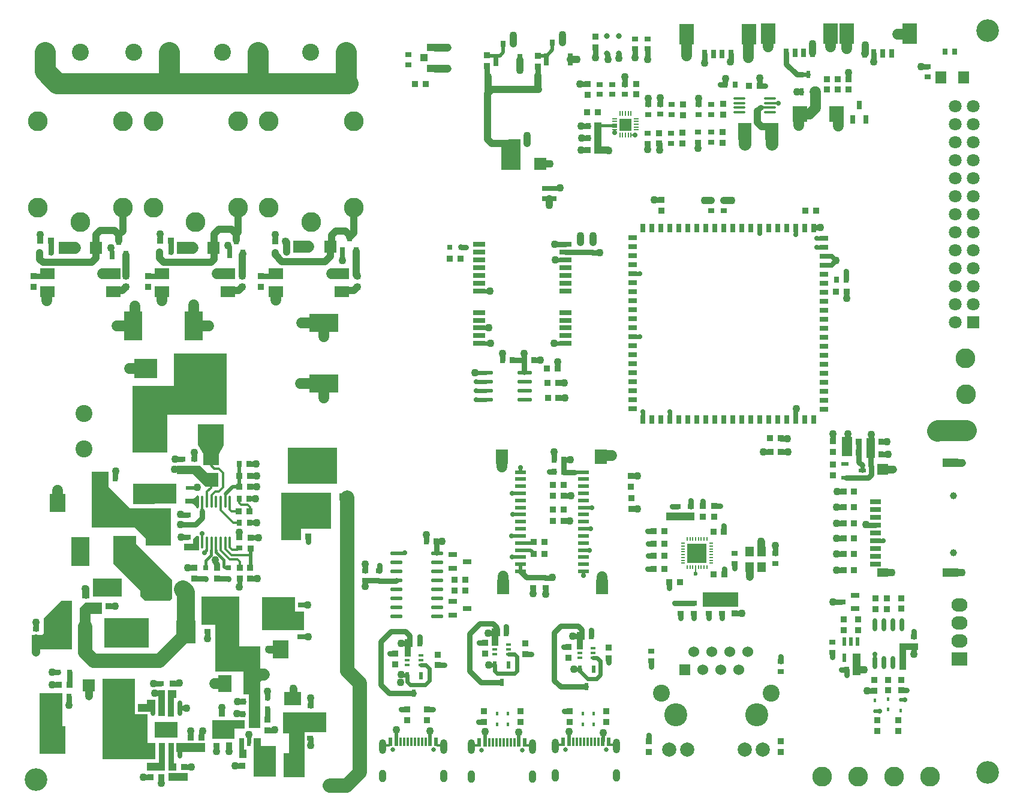
<source format=gtl>
G04*
G04 #@! TF.GenerationSoftware,Altium Limited,Altium Designer,24.10.1 (45)*
G04*
G04 Layer_Physical_Order=1*
G04 Layer_Color=255*
%FSLAX25Y25*%
%MOIN*%
G70*
G04*
G04 #@! TF.SameCoordinates,188A72EA-56D5-4262-AEF0-458277A37510*
G04*
G04*
G04 #@! TF.FilePolarity,Positive*
G04*
G01*
G75*
%ADD11C,0.01181*%
%ADD12C,0.00787*%
%ADD14C,0.02756*%
%ADD15C,0.01575*%
%ADD19C,0.01968*%
%ADD23R,0.03150X0.03543*%
%ADD24R,0.07874X0.02756*%
%ADD25R,0.07087X0.06693*%
%ADD26R,0.02362X0.04213*%
%ADD27R,0.03071X0.01378*%
%ADD28O,0.08051X0.02315*%
%ADD29R,0.08691X0.10205*%
%ADD30R,0.03543X0.03150*%
%ADD31R,0.09354X0.07480*%
%ADD32R,0.07480X0.09354*%
%ADD33R,0.12992X0.10630*%
%ADD34R,0.07480X0.09843*%
%ADD35R,0.03150X0.03150*%
%ADD36R,0.02362X0.04331*%
%ADD37R,0.03150X0.03150*%
%ADD38R,0.09055X0.13780*%
%ADD39R,0.04213X0.02362*%
%ADD40O,0.02756X0.08661*%
%ADD41R,0.12992X0.09055*%
%ADD42R,0.09921X0.15984*%
%ADD43R,0.10630X0.12992*%
%ADD44O,0.01350X0.06817*%
%ADD45R,0.13780X0.09055*%
%ADD48R,0.15984X0.09921*%
%ADD49R,0.02953X0.04724*%
%ADD50R,0.04724X0.02953*%
%ADD51R,0.02756X0.04921*%
%ADD52R,0.07874X0.05906*%
%ADD53R,0.05847X0.06803*%
%ADD54R,0.08661X0.04134*%
%ADD55R,0.04134X0.03937*%
%ADD56R,0.03150X0.06693*%
%ADD57O,0.06661X0.01433*%
%ADD58C,0.03150*%
%ADD59R,0.04724X0.05512*%
%ADD60O,0.02480X0.07343*%
%ADD61R,0.01575X0.02362*%
%ADD62R,0.04921X0.02756*%
%ADD63R,0.01929X0.04626*%
%ADD64R,0.01929X0.04555*%
%ADD65O,0.06870X0.02205*%
%ADD66R,0.06693X0.07874*%
%ADD67R,0.05906X0.01968*%
%ADD68R,0.05906X0.06299*%
%ADD69R,0.08661X0.04724*%
%ADD70R,0.05906X0.04724*%
%ADD71R,0.06299X0.02756*%
%ADD72R,0.08061X0.08823*%
%ADD158R,0.03402X0.03175*%
%ADD159R,0.02362X0.04882*%
%ADD160R,0.01181X0.04882*%
%ADD161R,0.07087X0.03150*%
%ADD162R,0.03175X0.03402*%
%ADD163R,0.06697X0.04754*%
%ADD164R,0.03150X0.05118*%
%ADD165R,0.08268X0.11811*%
%ADD166R,0.06693X0.06693*%
%ADD167R,0.00787X0.03150*%
%ADD168R,0.03150X0.00787*%
%ADD169R,0.11024X0.11024*%
%ADD170R,0.02362X0.00787*%
%ADD171R,0.00787X0.02362*%
%ADD172C,0.03150*%
%ADD173C,0.03937*%
%ADD174C,0.07874*%
%ADD175C,0.05906*%
%ADD176C,0.02362*%
%ADD177C,0.04331*%
%ADD178C,0.06693*%
%ADD179C,0.09843*%
%ADD180C,0.07087*%
%ADD181C,0.11811*%
%ADD182C,0.04724*%
%ADD183C,0.09055*%
%ADD184C,0.00669*%
%ADD185O,0.03937X0.08268*%
%ADD186O,0.03937X0.07087*%
%ADD187C,0.02559*%
%ADD188R,0.10000X0.16000*%
%ADD189R,0.16000X0.10000*%
%ADD190C,0.11000*%
%ADD191C,0.12598*%
%ADD192C,0.09449*%
%ADD193R,0.09000X0.07500*%
%ADD194O,0.09000X0.07500*%
%ADD195C,0.07087*%
%ADD196R,0.07087X0.07087*%
%ADD197C,0.03937*%
%ADD198C,0.12795*%
%ADD199C,0.07874*%
%ADD200C,0.06000*%
%ADD201R,0.06000X0.06000*%
%ADD202C,0.09449*%
%ADD203C,0.02756*%
%ADD204C,0.04331*%
%ADD205C,0.02362*%
%ADD206C,0.11024*%
G36*
X333465Y379134D02*
X342323D01*
Y377592D01*
X333465D01*
Y362795D01*
X329331D01*
Y380118D01*
X333465D01*
Y379134D01*
D02*
G37*
G36*
X288583Y353740D02*
X277756D01*
Y366732D01*
X281890Y370866D01*
X288583D01*
Y353740D01*
D02*
G37*
G36*
X125000Y217913D02*
X92323D01*
Y196850D01*
X72835D01*
Y233858D01*
X95866D01*
Y251969D01*
X125000D01*
Y217913D01*
D02*
G37*
G36*
X472835Y194685D02*
X467323D01*
Y205315D01*
X472835D01*
Y194685D01*
D02*
G37*
G36*
X485433Y193898D02*
X480905D01*
Y204921D01*
X485433D01*
Y193898D01*
D02*
G37*
G36*
X123622Y200787D02*
X120669Y195866D01*
Y189961D01*
X112205D01*
Y196063D01*
X109055Y201102D01*
Y212402D01*
X123622D01*
Y200787D01*
D02*
G37*
G36*
X186614Y179528D02*
X159055D01*
Y199606D01*
X186614D01*
Y179528D01*
D02*
G37*
G36*
X114370Y185433D02*
X120472D01*
Y177756D01*
X113386D01*
X106260Y184881D01*
X97638Y184881D01*
Y189567D01*
X110236D01*
X114370Y185433D01*
D02*
G37*
G36*
X97047Y168304D02*
X73228Y168110D01*
Y179331D01*
X97047D01*
Y168304D01*
D02*
G37*
G36*
X109390Y172942D02*
X109556Y172775D01*
X109646Y172558D01*
Y172441D01*
X109646Y166535D01*
X109646Y166418D01*
X109556Y166201D01*
X109390Y166035D01*
X109173Y165945D01*
X109055Y165945D01*
X108898Y165945D01*
X108609Y166065D01*
X108388Y166286D01*
X108268Y166576D01*
Y166732D01*
Y166732D01*
X107749Y167251D01*
X107438Y167533D01*
X106741Y167999D01*
X105966Y168320D01*
X105144Y168483D01*
X104724Y168504D01*
X104724Y168504D01*
X102165D01*
Y171063D01*
X105416D01*
X105812Y171082D01*
X106587Y171237D01*
X107317Y171539D01*
X107975Y171978D01*
X108268Y172244D01*
X108268Y172244D01*
Y172401D01*
X108388Y172690D01*
X108609Y172912D01*
X108898Y173031D01*
X109055D01*
X109055Y173031D01*
X109173D01*
X109390Y172942D01*
D02*
G37*
G36*
X385236Y159252D02*
X369488D01*
Y163386D01*
X385236D01*
Y159252D01*
D02*
G37*
G36*
X183071Y154331D02*
X166339D01*
Y148031D01*
X155512D01*
Y174409D01*
X183071D01*
Y154331D01*
D02*
G37*
G36*
X59455Y177545D02*
X62000Y175000D01*
X71055Y165945D01*
X94000D01*
Y145000D01*
X80000D01*
Y149000D01*
X74000Y155000D01*
X50000D01*
Y186000D01*
X59455D01*
Y177545D01*
D02*
G37*
G36*
X109342Y150394D02*
X109707Y149846D01*
Y142323D01*
X101378D01*
Y146275D01*
X106375D01*
Y148698D01*
X108071Y150394D01*
X109342Y150394D01*
D02*
G37*
G36*
X74816Y146184D02*
X94703Y126297D01*
Y115703D01*
X93567Y114567D01*
X79433D01*
X77000Y117000D01*
X77000Y120253D01*
X62000Y135253D01*
X62000Y149000D01*
Y150525D01*
X74816D01*
Y146184D01*
D02*
G37*
G36*
X409646Y111221D02*
X389961D01*
Y119291D01*
X409646D01*
Y111221D01*
D02*
G37*
G36*
X55709Y107283D02*
X43504D01*
Y110433D01*
X46654Y113583D01*
X55709D01*
Y107283D01*
D02*
G37*
G36*
X162992Y108465D02*
X168307Y108465D01*
Y98032D01*
X144882D01*
Y116339D01*
X162992D01*
Y108465D01*
D02*
G37*
G36*
X277165Y94685D02*
X276181D01*
Y89370D01*
X272638D01*
Y99016D01*
X277165D01*
Y94685D01*
D02*
G37*
G36*
X81899Y88583D02*
X57000D01*
Y104921D01*
X81899D01*
Y88583D01*
D02*
G37*
G36*
X39173Y87598D02*
X16732D01*
Y95472D01*
X22441D01*
X23425Y96457D01*
Y104921D01*
X33071Y114567D01*
X39173D01*
Y87598D01*
D02*
G37*
G36*
X324213Y92716D02*
X323228D01*
Y87402D01*
X319685D01*
Y97047D01*
X324213D01*
Y92716D01*
D02*
G37*
G36*
X228543Y88681D02*
X227559D01*
Y83366D01*
X224016D01*
Y93012D01*
X228543D01*
Y88681D01*
D02*
G37*
G36*
X509449Y87008D02*
X502756D01*
Y76181D01*
X499016D01*
Y90748D01*
X509449D01*
Y87008D01*
D02*
G37*
G36*
X477559Y73032D02*
X473228D01*
Y85236D01*
X477559D01*
Y73032D01*
D02*
G37*
G36*
X85630Y52953D02*
X75787D01*
Y57284D01*
X80709D01*
Y59449D01*
X85630D01*
Y52953D01*
D02*
G37*
G36*
X90748Y50394D02*
X87205D01*
Y64764D01*
X90748D01*
Y50394D01*
D02*
G37*
G36*
X97047Y60433D02*
X95669D01*
Y50197D01*
X92520D01*
Y64764D01*
X97047D01*
Y60433D01*
D02*
G37*
G36*
X132283Y88976D02*
X143701D01*
Y62992D01*
Y43701D01*
X137402D01*
Y62598D01*
X134449D01*
Y75197D01*
X118701D01*
Y100984D01*
X111221D01*
Y116732D01*
X132283D01*
Y88976D01*
D02*
G37*
G36*
X135236Y43504D02*
X129331D01*
Y37811D01*
X117535D01*
X117520Y37795D01*
X117323Y37992D01*
Y48228D01*
X135236D01*
Y43504D01*
D02*
G37*
G36*
X112992Y30512D02*
X97244D01*
Y35433D01*
X112992D01*
Y30512D01*
D02*
G37*
G36*
X33858Y44882D02*
X35630D01*
Y29528D01*
X21000D01*
Y63189D01*
X33858D01*
Y44882D01*
D02*
G37*
G36*
X134844Y31912D02*
X136127D01*
Y26991D01*
X131993D01*
Y37977D01*
X134844D01*
Y31912D01*
D02*
G37*
G36*
X74016Y51377D02*
X81297D01*
Y35599D01*
X85402D01*
X85433Y35631D01*
Y26576D01*
X56102D01*
Y71064D01*
X74016D01*
Y51377D01*
D02*
G37*
G36*
X95669Y24213D02*
X97047D01*
Y20276D01*
X92716D01*
X92716Y35630D01*
X95669D01*
Y24213D01*
D02*
G37*
G36*
X90748Y20276D02*
X80709D01*
Y24409D01*
X87402D01*
Y35630D01*
X90748D01*
Y20276D01*
D02*
G37*
G36*
X144050Y33968D02*
X152576D01*
Y16808D01*
X140074D01*
Y37998D01*
X144050D01*
Y33968D01*
D02*
G37*
G36*
X180399Y41557D02*
X168391D01*
Y16360D01*
X156777D01*
Y29746D01*
X159927D01*
Y40967D01*
X156580D01*
Y52384D01*
X180399D01*
Y41557D01*
D02*
G37*
G36*
X103543Y14370D02*
X92913D01*
Y18701D01*
X103543D01*
Y14370D01*
D02*
G37*
D11*
X241419Y34815D02*
X242010Y34225D01*
X245238D01*
X241419Y34815D02*
Y36075D01*
X245238Y34225D02*
X245829Y33635D01*
X215632Y34225D02*
X216223Y34815D01*
X211813Y33635D02*
X212403Y34225D01*
X216223Y34815D02*
Y36075D01*
X212403Y34225D02*
X215632D01*
X290763Y34584D02*
X291354Y33993D01*
X294582D01*
X290763Y34584D02*
Y35844D01*
X294582Y33993D02*
X295172Y33403D01*
X264976Y33993D02*
X265566Y34584D01*
X261157Y33403D02*
X261747Y33993D01*
X265566Y34584D02*
Y35844D01*
X261747Y33993D02*
X264976D01*
X338015Y34383D02*
X341243D01*
X337424Y34974D02*
Y36234D01*
Y34974D02*
X338015Y34383D01*
X341243D02*
X341833Y33793D01*
X307818D02*
X308408Y34383D01*
X312227Y34974D02*
Y36234D01*
X311637Y34383D02*
X312227Y34974D01*
X308408Y34383D02*
X311637D01*
X422076Y388357D02*
X427065D01*
X427065Y390916D02*
X431724D01*
X431724Y390916D01*
X427065Y390916D02*
X427065Y390916D01*
X123031Y177362D02*
Y185630D01*
X120866Y175197D02*
X123031Y177362D01*
X118761Y175197D02*
X120866D01*
X124414Y169538D02*
Y173823D01*
X120866Y187795D02*
X123031Y185630D01*
X116737Y173172D02*
X118761Y175197D01*
X116737Y169538D02*
Y173172D01*
X116705Y169505D02*
X116737Y169538D01*
X114113D02*
Y172879D01*
Y169538D02*
X114146Y169505D01*
X116339Y177165D02*
Y180792D01*
X114146Y174972D02*
X116339Y177165D01*
X114146Y169505D02*
Y174972D01*
X118307Y187795D02*
X120866D01*
X116339Y189764D02*
X118307Y187795D01*
X116339Y189764D02*
Y192436D01*
X133103Y167684D02*
X136843D01*
X132087Y168701D02*
X133103Y167684D01*
X137992Y164739D02*
X138189Y164542D01*
X136843Y167684D02*
X137992Y166535D01*
Y164739D02*
Y166535D01*
X137859Y164212D02*
X138189Y164542D01*
X132087Y168701D02*
Y171193D01*
X132003Y171277D02*
X132087Y171193D01*
X131890Y143288D02*
X132283Y143681D01*
X132160Y143804D02*
X132283Y143681D01*
X126973Y165153D02*
X127914Y164212D01*
X131928D01*
X126941Y169505D02*
X126973Y169473D01*
Y165153D02*
Y169473D01*
X121823Y164792D02*
X128899Y157715D01*
X132227D01*
X121823Y164792D02*
Y169505D01*
X124382D02*
X124414Y169538D01*
X138207Y139764D02*
X138445Y140002D01*
X138622Y143380D02*
X138695Y143307D01*
X119264Y146940D02*
X119264Y146940D01*
Y142544D02*
Y146940D01*
X121823Y142524D02*
Y146940D01*
Y142524D02*
X126945Y137402D01*
X132397Y132659D02*
Y136107D01*
X131102Y137402D02*
X132397Y136107D01*
X126945Y137402D02*
X131102D01*
X124414Y143273D02*
X127924Y139764D01*
X138207D01*
X113753Y142691D02*
X113998Y142936D01*
X113752Y142691D02*
X113753D01*
X113998Y142936D02*
Y143465D01*
X114113Y143580D01*
Y146908D01*
X128189Y142913D02*
X131269D01*
X132067Y143898D02*
X132160Y143804D01*
X126941Y144161D02*
X128189Y142913D01*
X126941Y144161D02*
Y146940D01*
X124382D02*
X124414Y146908D01*
Y143273D02*
Y146908D01*
X116508Y142405D02*
X116672Y142569D01*
Y146908D01*
X116705Y146940D01*
X114113Y146908D02*
X114146Y146940D01*
X111586Y165197D02*
Y169505D01*
X111586Y146940D02*
Y151651D01*
X111586Y151652D02*
X111935Y152000D01*
X111586Y146940D02*
X111586Y146940D01*
X111586Y151652D02*
X111586Y151651D01*
D12*
X385826Y129573D02*
X385826Y129574D01*
Y133025D01*
X111586Y169505D02*
X111586Y169505D01*
D14*
X441420Y215224D02*
X441518Y215322D01*
Y221045D01*
X441732Y221260D01*
X461385Y300952D02*
X463779Y303346D01*
X461371Y305755D02*
X463779Y303346D01*
X457266Y300952D02*
X461385D01*
X457167Y305853D02*
X457266Y305755D01*
X457167Y300853D02*
X457266Y300952D01*
Y305755D02*
X461371D01*
X310299Y343567D02*
X310433Y343701D01*
X304434Y343567D02*
X310299D01*
X304434Y343567D02*
X304434Y343567D01*
X469698Y282493D02*
Y286221D01*
X85236Y62992D02*
X88573D01*
X88611Y62954D01*
X99089Y54838D02*
X102861D01*
X132160Y149315D02*
Y152597D01*
Y152840D01*
X132397Y122358D02*
Y127147D01*
X132283Y122244D02*
X132397Y122358D01*
X189590Y303590D02*
Y308462D01*
X138020Y177896D02*
X141896D01*
X137514Y171277D02*
X141277D01*
X137738Y157715D02*
X141715D01*
X138622Y149311D02*
X142689D01*
X166370Y112137D02*
X169997D01*
X166148Y94536D02*
X170598D01*
X125840Y311697D02*
X126739Y310799D01*
X125840Y311697D02*
X126143Y312000D01*
X126739Y307036D02*
Y310799D01*
Y307036D02*
X126739Y307036D01*
D15*
X119264Y141464D02*
Y142544D01*
Y141464D02*
X123551Y137177D01*
X116508Y139874D02*
Y142405D01*
X113567Y136933D02*
X116508Y139874D01*
X125990Y132677D02*
X126187Y132874D01*
X123551Y133600D02*
Y137177D01*
Y133600D02*
X124473Y132677D01*
X125990D01*
X112662Y141477D02*
X113752Y142566D01*
Y142691D01*
X126187Y132874D02*
X126203Y132858D01*
X113567Y133303D02*
Y136933D01*
X112662Y141157D02*
Y141477D01*
X113567Y133303D02*
X113779Y133090D01*
X113548Y132858D02*
X113779Y133090D01*
D19*
X108563Y177264D02*
X108661Y177362D01*
X104469Y177165D02*
X104567Y177264D01*
X108563D01*
X238270Y36075D02*
Y42045D01*
X219372Y36075D02*
Y42656D01*
X277218Y69042D02*
X277993D01*
X287614Y35844D02*
Y41551D01*
X268716Y41760D02*
Y42152D01*
Y35844D02*
Y41760D01*
X334275Y36234D02*
X334362Y36321D01*
Y41055D01*
X334449Y41142D01*
X315365Y36245D02*
X315376Y36234D01*
X315354Y41732D02*
X315365Y41721D01*
Y36245D02*
Y41721D01*
X302882Y416888D02*
X306323Y420329D01*
Y424497D01*
X302882Y415116D02*
Y416888D01*
X298195Y417119D02*
X302291D01*
X274771Y414893D02*
Y416665D01*
X275361Y417255D01*
X277000D01*
X278948Y419203D01*
Y423927D01*
X270010Y417255D02*
X274180D01*
X269845Y417420D02*
X270010Y417255D01*
X274180D02*
X274771Y416665D01*
X318617Y185939D02*
X323629D01*
X295990Y140560D02*
Y140674D01*
X288464Y142633D02*
X294031D01*
X295990Y140674D01*
X295573Y146569D02*
X295988Y146984D01*
X288464Y146569D02*
X295573D01*
X288464Y130821D02*
Y134759D01*
X61198Y306835D02*
X61524Y306509D01*
X60872Y310469D02*
X61198Y310143D01*
Y306835D02*
Y310143D01*
X137408Y40108D02*
X137418Y40119D01*
X137397Y35773D02*
X137408Y35783D01*
X124414Y173823D02*
X128486Y177896D01*
X46654Y107087D02*
Y109164D01*
X46749Y109259D01*
X132089Y183770D02*
Y190353D01*
X132087Y190354D02*
X132089Y190353D01*
Y183770D02*
X132091Y183768D01*
X132090Y177897D02*
Y183767D01*
X132089Y177896D02*
X132090Y177897D01*
Y183767D02*
X132091Y183768D01*
X128486Y177896D02*
X132089D01*
X138445Y140002D02*
Y143202D01*
Y132837D02*
Y140002D01*
Y143202D02*
X138622Y143380D01*
X138268Y132659D02*
X138445Y132837D01*
X119881Y126728D02*
X119964Y126646D01*
X111586Y164000D02*
Y165197D01*
X485573Y53257D02*
X488168D01*
X499811Y59414D02*
X502011D01*
X485353Y80095D02*
Y84647D01*
X223717Y140717D02*
X224000Y141000D01*
X219474Y140717D02*
X223717D01*
X219428Y140671D02*
X219474Y140717D01*
X288464Y185939D02*
Y188536D01*
X283871Y174129D02*
X288464D01*
X284317Y162317D02*
X288464D01*
X283507Y150507D02*
X288464D01*
X283695Y138695D02*
X288464D01*
X323629Y166254D02*
X328254D01*
X323629Y154443D02*
X327557D01*
X323629Y142632D02*
X326667D01*
X323629Y128371D02*
Y130821D01*
D23*
X286759Y368574D02*
D03*
X292270D02*
D03*
X232349Y90767D02*
D03*
X226838D02*
D03*
X290355Y248229D02*
D03*
X295866D02*
D03*
X283858Y248228D02*
D03*
X278347D02*
D03*
X139867Y58466D02*
D03*
X134356D02*
D03*
X139810Y51517D02*
D03*
X134299D02*
D03*
X31868Y60970D02*
D03*
X37379D02*
D03*
X524471Y419428D02*
D03*
X529982D02*
D03*
X284459Y423927D02*
D03*
X278948D02*
D03*
X311834Y424497D02*
D03*
X306323D02*
D03*
X57807Y182629D02*
D03*
X63318D02*
D03*
X137598Y190354D02*
D03*
X132087D02*
D03*
X132227Y157715D02*
D03*
X137738D02*
D03*
X132003Y171277D02*
D03*
X137514D02*
D03*
X464147Y292853D02*
D03*
X469658D02*
D03*
X331586Y378027D02*
D03*
X326075D02*
D03*
X331586Y371475D02*
D03*
X326075D02*
D03*
X407716Y401063D02*
D03*
X402205D02*
D03*
X475196Y76248D02*
D03*
X469685D02*
D03*
X236118Y147313D02*
D03*
X241629D02*
D03*
X275144Y96491D02*
D03*
X280655D02*
D03*
X322358Y94870D02*
D03*
X327870D02*
D03*
X307081Y192858D02*
D03*
X312592D02*
D03*
X307081Y186129D02*
D03*
X312592D02*
D03*
X483456Y202700D02*
D03*
X488967D02*
D03*
X483321Y195821D02*
D03*
X488832D02*
D03*
D24*
X304434Y337662D02*
D03*
Y343567D02*
D03*
D25*
X299463Y357282D02*
D03*
X282200D02*
D03*
X65626Y67396D02*
D03*
X48363D02*
D03*
X117974Y310582D02*
D03*
X100711D02*
D03*
X52401Y310547D02*
D03*
X35138D02*
D03*
X182661Y311000D02*
D03*
X165398D02*
D03*
D26*
X229303Y63050D02*
D03*
X233043Y72774D02*
D03*
X225563D02*
D03*
X185236Y181831D02*
D03*
X181496Y172106D02*
D03*
X188976D02*
D03*
X274253Y78766D02*
D03*
X281733D02*
D03*
X277993Y69042D02*
D03*
X321512Y76560D02*
D03*
X328992D02*
D03*
X325252Y66836D02*
D03*
X452325Y397062D02*
D03*
X444845D02*
D03*
X448585Y406786D02*
D03*
D27*
X233053Y83987D02*
D03*
Y81428D02*
D03*
Y78869D02*
D03*
X225572D02*
D03*
Y81428D02*
D03*
Y83987D02*
D03*
X274311Y89984D02*
D03*
Y87425D02*
D03*
Y84866D02*
D03*
X281791D02*
D03*
Y87425D02*
D03*
Y89984D02*
D03*
X321477Y88064D02*
D03*
Y85505D02*
D03*
Y82946D02*
D03*
X328957D02*
D03*
Y85505D02*
D03*
Y88064D02*
D03*
D28*
X269039Y241062D02*
D03*
Y236062D02*
D03*
Y231062D02*
D03*
Y226062D02*
D03*
X290870Y241062D02*
D03*
Y236062D02*
D03*
Y231062D02*
D03*
Y226062D02*
D03*
D29*
X127609Y87507D02*
D03*
X155257D02*
D03*
X58729Y168769D02*
D03*
X31082D02*
D03*
D30*
X119618Y34237D02*
D03*
Y39748D02*
D03*
X171749Y50590D02*
D03*
Y56101D02*
D03*
X171569Y43700D02*
D03*
Y38189D02*
D03*
X77602Y49565D02*
D03*
Y55076D02*
D03*
X88611Y62954D02*
D03*
Y68465D02*
D03*
X95040Y22154D02*
D03*
Y16643D02*
D03*
X19324Y93310D02*
D03*
Y98821D02*
D03*
X107283Y193109D02*
D03*
Y187598D02*
D03*
X100394Y193109D02*
D03*
Y187598D02*
D03*
X226291Y412141D02*
D03*
Y417652D02*
D03*
X321850Y313582D02*
D03*
Y308071D02*
D03*
X328739Y313477D02*
D03*
Y307966D02*
D03*
X114426Y97491D02*
D03*
Y103002D02*
D03*
X166370Y106626D02*
D03*
Y112137D02*
D03*
X166148Y94536D02*
D03*
Y100047D02*
D03*
X103400Y149696D02*
D03*
Y144185D02*
D03*
X132160Y143804D02*
D03*
Y149315D02*
D03*
X103400Y156722D02*
D03*
Y162233D02*
D03*
X401591Y331234D02*
D03*
Y336745D02*
D03*
X394607Y331234D02*
D03*
Y336745D02*
D03*
X339449Y395652D02*
D03*
Y401162D02*
D03*
X332428Y401162D02*
D03*
Y395651D02*
D03*
X387524Y384579D02*
D03*
Y390090D02*
D03*
X394525Y390089D02*
D03*
Y384578D02*
D03*
X372484Y384594D02*
D03*
Y390105D02*
D03*
X359483Y384481D02*
D03*
Y389992D02*
D03*
X366176Y384648D02*
D03*
Y390159D02*
D03*
X346482Y395652D02*
D03*
Y401162D02*
D03*
X359141Y426609D02*
D03*
Y421098D02*
D03*
X352259Y426580D02*
D03*
Y421069D02*
D03*
X394347Y369151D02*
D03*
Y374662D02*
D03*
X359187Y368494D02*
D03*
Y374005D02*
D03*
X372189Y374009D02*
D03*
Y368498D02*
D03*
X387324Y369151D02*
D03*
Y374662D02*
D03*
X377570Y113085D02*
D03*
Y107574D02*
D03*
X384720Y113085D02*
D03*
Y107574D02*
D03*
X393054Y113085D02*
D03*
Y107574D02*
D03*
X400547Y113085D02*
D03*
Y107574D02*
D03*
X375846Y161136D02*
D03*
Y166647D02*
D03*
X383105Y161136D02*
D03*
Y166647D02*
D03*
X430064Y140715D02*
D03*
Y135204D02*
D03*
X407630Y135219D02*
D03*
Y140730D02*
D03*
X507312Y94437D02*
D03*
Y88927D02*
D03*
X461668Y91444D02*
D03*
Y85932D02*
D03*
X209900Y125566D02*
D03*
Y131077D02*
D03*
X202119Y125657D02*
D03*
Y131168D02*
D03*
X302395Y121784D02*
D03*
Y127295D02*
D03*
X295589Y121870D02*
D03*
Y127381D02*
D03*
X514721Y405584D02*
D03*
Y411095D02*
D03*
X433185Y75142D02*
D03*
Y80653D02*
D03*
X361260Y86544D02*
D03*
Y81033D02*
D03*
D31*
X161892Y60279D02*
D03*
Y45330D02*
D03*
D32*
X124310Y68607D02*
D03*
X139260D02*
D03*
X428071Y375028D02*
D03*
X413122D02*
D03*
D33*
X165945Y188726D02*
D03*
Y159699D02*
D03*
X80118Y243450D02*
D03*
Y214424D02*
D03*
Y202702D02*
D03*
Y173676D02*
D03*
X86731Y150525D02*
D03*
Y121498D02*
D03*
D34*
X148403Y21880D02*
D03*
X164545D02*
D03*
D35*
X147874Y54338D02*
D03*
X147847Y60633D02*
D03*
X113575Y126563D02*
D03*
X113548Y132858D02*
D03*
X126230Y126563D02*
D03*
X126203Y132858D02*
D03*
D36*
X137397Y35773D02*
D03*
X133658Y46009D02*
D03*
X141138Y46009D02*
D03*
X141137Y35772D02*
D03*
X133657Y35773D02*
D03*
D37*
X31554Y74684D02*
D03*
X37849Y74712D02*
D03*
X255332Y310782D02*
D03*
X249037Y310754D02*
D03*
X94069Y308080D02*
D03*
X87774Y308052D02*
D03*
X158343Y307993D02*
D03*
X152048Y307965D02*
D03*
X27501Y307930D02*
D03*
X21206Y307903D02*
D03*
D38*
X30565Y36730D02*
D03*
X69542Y36729D02*
D03*
D39*
X37024Y113000D02*
D03*
X46749Y109259D02*
D03*
Y116740D02*
D03*
X94744Y173425D02*
D03*
X104469Y169685D02*
D03*
Y177165D02*
D03*
X468872Y182969D02*
D03*
Y190450D02*
D03*
X478596Y186710D02*
D03*
D40*
X84089Y31038D02*
D03*
X89089D02*
D03*
X94089D02*
D03*
X99089D02*
D03*
X84089Y54838D02*
D03*
X89089D02*
D03*
X94089D02*
D03*
X99089D02*
D03*
D41*
X91589Y42938D02*
D03*
D42*
X62449Y96735D02*
D03*
X28827D02*
D03*
X73189Y267000D02*
D03*
X106811D02*
D03*
X124001Y106239D02*
D03*
X157623D02*
D03*
D43*
X73487Y97000D02*
D03*
X102513D02*
D03*
D44*
X109027Y146940D02*
D03*
X111586D02*
D03*
X114146D02*
D03*
X116705D02*
D03*
X119264D02*
D03*
X121823D02*
D03*
X124382D02*
D03*
X126941D02*
D03*
X109027Y169505D02*
D03*
X111586D02*
D03*
X114146D02*
D03*
X116705D02*
D03*
X119264D02*
D03*
X121823D02*
D03*
X124382D02*
D03*
X126941D02*
D03*
D45*
X116536Y246260D02*
D03*
X116535Y207283D02*
D03*
D48*
X179000Y235189D02*
D03*
Y268811D02*
D03*
D49*
X391656Y321523D02*
D03*
X396656D02*
D03*
X401656D02*
D03*
X406656D02*
D03*
X411656D02*
D03*
X416656D02*
D03*
X421656D02*
D03*
X426656D02*
D03*
X431656D02*
D03*
X436656D02*
D03*
X441656D02*
D03*
X446656D02*
D03*
X451656D02*
D03*
X386656D02*
D03*
X381656D02*
D03*
X376656D02*
D03*
X371656D02*
D03*
X366656D02*
D03*
X361656D02*
D03*
X356656D02*
D03*
X356419Y215224D02*
D03*
X361420D02*
D03*
X366420D02*
D03*
X371420D02*
D03*
X376419D02*
D03*
X381419D02*
D03*
X386420D02*
D03*
X451419D02*
D03*
X446419D02*
D03*
X441420D02*
D03*
X436419D02*
D03*
X431420D02*
D03*
X426419D02*
D03*
X421419D02*
D03*
X416420D02*
D03*
X411419D02*
D03*
X406420D02*
D03*
X401419D02*
D03*
X396420D02*
D03*
X391420D02*
D03*
D50*
X350868Y220971D02*
D03*
Y225972D02*
D03*
Y230972D02*
D03*
Y235971D02*
D03*
Y240971D02*
D03*
Y245971D02*
D03*
Y250972D02*
D03*
Y315971D02*
D03*
Y310971D02*
D03*
Y305972D02*
D03*
Y300972D02*
D03*
Y295971D02*
D03*
Y290971D02*
D03*
Y285971D02*
D03*
Y280972D02*
D03*
Y275972D02*
D03*
Y270971D02*
D03*
Y265971D02*
D03*
Y260971D02*
D03*
Y255972D02*
D03*
X457167Y255853D02*
D03*
Y260853D02*
D03*
Y265853D02*
D03*
Y270853D02*
D03*
Y275853D02*
D03*
Y280853D02*
D03*
Y285853D02*
D03*
Y290853D02*
D03*
Y295853D02*
D03*
Y300853D02*
D03*
Y305853D02*
D03*
Y310853D02*
D03*
Y315853D02*
D03*
Y250853D02*
D03*
Y245853D02*
D03*
Y240853D02*
D03*
Y235853D02*
D03*
Y230853D02*
D03*
Y225853D02*
D03*
Y220853D02*
D03*
D51*
X134220Y307036D02*
D03*
X126739D02*
D03*
X130479Y314910D02*
D03*
X69005Y306509D02*
D03*
X61524D02*
D03*
X65265Y314383D02*
D03*
X197071Y308462D02*
D03*
X189590D02*
D03*
X193331Y316335D02*
D03*
X476862Y389808D02*
D03*
X473122Y381935D02*
D03*
X480602D02*
D03*
D52*
X152636Y295974D02*
D03*
Y285974D02*
D03*
X189250D02*
D03*
Y295974D02*
D03*
X89134D02*
D03*
Y285974D02*
D03*
X125748D02*
D03*
Y295974D02*
D03*
X25394D02*
D03*
Y285974D02*
D03*
X62008D02*
D03*
Y295974D02*
D03*
D53*
X534775Y405198D02*
D03*
X522235Y405195D02*
D03*
D54*
X240708Y410292D02*
D03*
Y421907D02*
D03*
D55*
X234706Y416099D02*
D03*
D56*
X274771Y414893D02*
D03*
X288157D02*
D03*
X302882Y415116D02*
D03*
X316268D02*
D03*
D57*
X410167Y393475D02*
D03*
Y390916D02*
D03*
Y388357D02*
D03*
Y385798D02*
D03*
X427065Y393475D02*
D03*
Y390916D02*
D03*
Y388357D02*
D03*
Y385798D02*
D03*
D58*
X336529Y428189D02*
D03*
Y418504D02*
D03*
X343222D02*
D03*
Y428189D02*
D03*
D59*
X415728Y141840D02*
D03*
Y133179D02*
D03*
X422421D02*
D03*
Y141840D02*
D03*
D60*
X500353Y101217D02*
D03*
X495353D02*
D03*
X490353D02*
D03*
X485353D02*
D03*
X500353Y80095D02*
D03*
X495353D02*
D03*
X490353D02*
D03*
X485353D02*
D03*
D61*
X499811Y53509D02*
D03*
Y59414D02*
D03*
X485573Y53257D02*
D03*
Y59163D02*
D03*
X492943Y53989D02*
D03*
Y59895D02*
D03*
X281552Y45756D02*
D03*
Y51662D02*
D03*
X275509Y45756D02*
D03*
Y51662D02*
D03*
X323005Y45756D02*
D03*
Y51662D02*
D03*
X329052Y45756D02*
D03*
Y51662D02*
D03*
D62*
X466713Y113727D02*
D03*
X474586Y109987D02*
D03*
Y117468D02*
D03*
X258710Y110282D02*
D03*
X250837Y114022D02*
D03*
Y106542D02*
D03*
X258661Y136257D02*
D03*
X250787Y139997D02*
D03*
Y132516D02*
D03*
D63*
X475945Y82724D02*
D03*
X468465D02*
D03*
D64*
Y91809D02*
D03*
X472205D02*
D03*
X475945D02*
D03*
D65*
X242047Y105671D02*
D03*
Y110671D02*
D03*
Y115671D02*
D03*
Y120671D02*
D03*
Y125671D02*
D03*
Y130671D02*
D03*
Y135671D02*
D03*
Y140671D02*
D03*
X219428Y105671D02*
D03*
Y110671D02*
D03*
Y115671D02*
D03*
Y120671D02*
D03*
Y125671D02*
D03*
Y130671D02*
D03*
Y135671D02*
D03*
Y140671D02*
D03*
D66*
X278846Y122160D02*
D03*
X278228Y194601D02*
D03*
X333247D02*
D03*
X333865Y122160D02*
D03*
D67*
X288464Y185939D02*
D03*
X288464Y182003D02*
D03*
Y178065D02*
D03*
Y174129D02*
D03*
Y170191D02*
D03*
Y166255D02*
D03*
Y162317D02*
D03*
Y158381D02*
D03*
Y154443D02*
D03*
Y150507D02*
D03*
Y146569D02*
D03*
Y142633D02*
D03*
Y138695D02*
D03*
Y134759D02*
D03*
Y130821D02*
D03*
X323629Y130821D02*
D03*
X323629Y134758D02*
D03*
Y138695D02*
D03*
Y142632D02*
D03*
Y146569D02*
D03*
Y150506D02*
D03*
Y154443D02*
D03*
Y158380D02*
D03*
Y162317D02*
D03*
Y166254D02*
D03*
Y170191D02*
D03*
Y174128D02*
D03*
Y178065D02*
D03*
Y182002D02*
D03*
Y185939D02*
D03*
D68*
X489719Y187625D02*
D03*
D69*
X527514Y191168D02*
D03*
Y130144D02*
D03*
D70*
X489719Y130145D02*
D03*
D71*
X485782Y134869D02*
D03*
X485782Y139199D02*
D03*
Y143530D02*
D03*
Y147861D02*
D03*
Y152192D02*
D03*
Y156522D02*
D03*
Y160853D02*
D03*
Y165184D02*
D03*
Y169514D02*
D03*
D72*
X443671Y384850D02*
D03*
X464075D02*
D03*
D158*
X218838Y85147D02*
D03*
Y79216D02*
D03*
X291289Y84944D02*
D03*
Y90875D02*
D03*
X288655Y47182D02*
D03*
Y53113D02*
D03*
X268188Y47182D02*
D03*
Y53113D02*
D03*
X336142D02*
D03*
Y47182D02*
D03*
X407481Y113260D02*
D03*
Y107329D02*
D03*
X147749Y42507D02*
D03*
Y48438D02*
D03*
X133970Y28753D02*
D03*
Y22822D02*
D03*
X126390Y34049D02*
D03*
Y39980D02*
D03*
X122326Y51749D02*
D03*
Y45818D02*
D03*
X111077Y32535D02*
D03*
Y38465D02*
D03*
X105003Y38355D02*
D03*
Y32424D02*
D03*
X82823Y16362D02*
D03*
Y22293D02*
D03*
X101415Y16366D02*
D03*
Y22297D02*
D03*
X88770Y16354D02*
D03*
Y22285D02*
D03*
X95028Y62542D02*
D03*
Y68473D02*
D03*
X138268Y132659D02*
D03*
Y126728D02*
D03*
X132397D02*
D03*
Y132659D02*
D03*
X107177Y126728D02*
D03*
Y132659D02*
D03*
X119881Y126728D02*
D03*
Y132659D02*
D03*
X81423Y288879D02*
D03*
Y294810D02*
D03*
X69219Y288879D02*
D03*
Y294810D02*
D03*
X197833Y288879D02*
D03*
Y294810D02*
D03*
X144246Y288879D02*
D03*
Y294810D02*
D03*
X133792Y288879D02*
D03*
Y294810D02*
D03*
X17681Y288879D02*
D03*
Y294810D02*
D03*
X269845Y411489D02*
D03*
Y417420D02*
D03*
X298195Y411188D02*
D03*
Y417119D02*
D03*
X138622Y143380D02*
D03*
Y149311D02*
D03*
X366702Y337174D02*
D03*
Y331243D02*
D03*
X401096Y384588D02*
D03*
Y390519D02*
D03*
X378900Y384268D02*
D03*
Y390199D02*
D03*
X352974Y401591D02*
D03*
Y395660D02*
D03*
X325878Y395457D02*
D03*
Y401388D02*
D03*
X330073Y427689D02*
D03*
Y421758D02*
D03*
X400956Y374652D02*
D03*
Y368721D02*
D03*
X365486Y368365D02*
D03*
Y374296D02*
D03*
X378605Y374332D02*
D03*
Y368401D02*
D03*
X389786Y167076D02*
D03*
Y161145D02*
D03*
X396200Y167076D02*
D03*
Y161145D02*
D03*
X492235Y109828D02*
D03*
Y115759D02*
D03*
X492842Y64644D02*
D03*
Y70575D02*
D03*
X498365Y42250D02*
D03*
Y48181D02*
D03*
X500115Y64642D02*
D03*
Y70573D02*
D03*
X500231Y110020D02*
D03*
Y115951D02*
D03*
X485944Y109839D02*
D03*
Y115770D02*
D03*
X486746Y42094D02*
D03*
Y48025D02*
D03*
X485155Y70565D02*
D03*
Y64634D02*
D03*
X468006Y104044D02*
D03*
Y98113D02*
D03*
X476064Y98266D02*
D03*
Y104197D02*
D03*
X268742Y85141D02*
D03*
Y91072D02*
D03*
X225370Y48119D02*
D03*
Y54050D02*
D03*
X236498Y48119D02*
D03*
Y54050D02*
D03*
X315918Y47182D02*
D03*
Y53113D02*
D03*
X242584Y84621D02*
D03*
Y78690D02*
D03*
X315260Y82769D02*
D03*
Y88700D02*
D03*
X337653Y88503D02*
D03*
Y82572D02*
D03*
X349853Y183670D02*
D03*
Y177739D02*
D03*
X350021Y165579D02*
D03*
Y171510D02*
D03*
X464770Y398370D02*
D03*
Y404301D02*
D03*
X470930Y398334D02*
D03*
Y404264D02*
D03*
X458740Y398333D02*
D03*
Y404264D02*
D03*
X462104Y184282D02*
D03*
Y190213D02*
D03*
Y197071D02*
D03*
Y203002D02*
D03*
X433036Y30511D02*
D03*
Y36442D02*
D03*
X359849Y30488D02*
D03*
Y36419D02*
D03*
D159*
X312227Y36234D02*
D03*
X315376D02*
D03*
X334275D02*
D03*
X337424Y36234D02*
D03*
X290763Y35844D02*
D03*
X287614Y35844D02*
D03*
X268716D02*
D03*
X265566D02*
D03*
X241419Y36075D02*
D03*
X238270Y36075D02*
D03*
X219372D02*
D03*
X216223D02*
D03*
D160*
X317936Y36234D02*
D03*
X319905D02*
D03*
X321873D02*
D03*
X323842D02*
D03*
X325810D02*
D03*
X327779D02*
D03*
X329747D02*
D03*
X331716D02*
D03*
X285055Y35844D02*
D03*
X283085D02*
D03*
X281118D02*
D03*
X279149D02*
D03*
X277181D02*
D03*
X275212D02*
D03*
X273243D02*
D03*
X271275D02*
D03*
X235711Y36075D02*
D03*
X233742D02*
D03*
X231774D02*
D03*
X229805D02*
D03*
X227837D02*
D03*
X225868D02*
D03*
X223900D02*
D03*
X221931D02*
D03*
D161*
X265508Y312427D02*
D03*
X265508Y308096D02*
D03*
X265508Y303765D02*
D03*
X265508Y299435D02*
D03*
X265508Y295104D02*
D03*
X265508Y290773D02*
D03*
X265509Y286443D02*
D03*
X265509Y274632D02*
D03*
X265508Y270301D02*
D03*
X265508Y265970D02*
D03*
X265508Y261639D02*
D03*
X265509Y257309D02*
D03*
X313539Y257309D02*
D03*
X313538Y261639D02*
D03*
X313538Y265970D02*
D03*
X313539Y270301D02*
D03*
X313539Y274632D02*
D03*
X313539Y286443D02*
D03*
X313538Y290773D02*
D03*
X313538Y295104D02*
D03*
X313539Y299435D02*
D03*
X313538Y303765D02*
D03*
X313538Y308096D02*
D03*
X313539Y312427D02*
D03*
D162*
X309415Y235598D02*
D03*
X303484D02*
D03*
X309629Y226976D02*
D03*
X303698D02*
D03*
X303302Y243439D02*
D03*
X309233D02*
D03*
X433281Y197047D02*
D03*
X427350D02*
D03*
X170565Y150239D02*
D03*
X164634D02*
D03*
X31801Y67710D02*
D03*
X37732D02*
D03*
X53704Y111423D02*
D03*
X59635D02*
D03*
X255133Y304359D02*
D03*
X249202D02*
D03*
X94034Y314579D02*
D03*
X88103D02*
D03*
X157966Y314000D02*
D03*
X152034D02*
D03*
X27336Y314325D02*
D03*
X21405D02*
D03*
X235841Y401351D02*
D03*
X229910D02*
D03*
X138022Y183768D02*
D03*
X132091D02*
D03*
X137859Y164212D02*
D03*
X131928D02*
D03*
X132089Y177896D02*
D03*
X138020D02*
D03*
X306652Y178893D02*
D03*
X312583D02*
D03*
X427208Y204691D02*
D03*
X433139D02*
D03*
X446951Y331197D02*
D03*
X452882D02*
D03*
X469698Y286221D02*
D03*
X463767D02*
D03*
X331742Y364814D02*
D03*
X325811D02*
D03*
X331577Y385777D02*
D03*
X325646D02*
D03*
X415423Y400627D02*
D03*
X421354D02*
D03*
X362597Y139337D02*
D03*
X368528D02*
D03*
X362591Y132023D02*
D03*
X368522D02*
D03*
X377080Y124722D02*
D03*
X371149D02*
D03*
X362439Y153181D02*
D03*
X368370D02*
D03*
X362587Y146202D02*
D03*
X368518D02*
D03*
X401646Y152790D02*
D03*
X395715D02*
D03*
X401807Y129124D02*
D03*
X395876D02*
D03*
X257694Y120119D02*
D03*
X251763D02*
D03*
X257706Y126110D02*
D03*
X251775D02*
D03*
X306652Y164997D02*
D03*
X312583D02*
D03*
Y158841D02*
D03*
X306652D02*
D03*
X312583Y172827D02*
D03*
X306652D02*
D03*
X301919Y146984D02*
D03*
X295988D02*
D03*
X301921Y140560D02*
D03*
X295990D02*
D03*
X473944Y149116D02*
D03*
X468013D02*
D03*
X476514Y196904D02*
D03*
X470583D02*
D03*
X476440Y202854D02*
D03*
X470509D02*
D03*
X473944Y157584D02*
D03*
X468013D02*
D03*
X473944Y175074D02*
D03*
X468013D02*
D03*
X473944Y166310D02*
D03*
X468013D02*
D03*
X473944Y131610D02*
D03*
X468013D02*
D03*
X473944Y140329D02*
D03*
X468013D02*
D03*
D163*
X116339Y192436D02*
D03*
Y180792D02*
D03*
D164*
X405563Y418225D02*
D03*
X400641D02*
D03*
X395720D02*
D03*
X390799D02*
D03*
X436120Y418802D02*
D03*
X441041D02*
D03*
X445962D02*
D03*
X450884D02*
D03*
X479897Y418514D02*
D03*
X484819D02*
D03*
X489740D02*
D03*
X494661D02*
D03*
D165*
X380760Y429052D02*
D03*
X415602D02*
D03*
X460923Y429629D02*
D03*
X426081D02*
D03*
X504701Y429341D02*
D03*
X469858D02*
D03*
D166*
X346911Y378637D02*
D03*
D167*
X343660Y385053D02*
D03*
X345235D02*
D03*
X346811D02*
D03*
X348384D02*
D03*
X349959D02*
D03*
X349958Y373242D02*
D03*
X348383D02*
D03*
X346810D02*
D03*
X345234D02*
D03*
X343659D02*
D03*
D168*
X352715Y382298D02*
D03*
Y380723D02*
D03*
Y379148D02*
D03*
Y377573D02*
D03*
Y375998D02*
D03*
X340904D02*
D03*
Y377573D02*
D03*
Y379148D02*
D03*
Y380723D02*
D03*
Y382298D02*
D03*
D169*
X386613Y140899D02*
D03*
D170*
X394487Y135387D02*
D03*
Y136962D02*
D03*
Y138537D02*
D03*
Y140112D02*
D03*
Y141686D02*
D03*
Y143261D02*
D03*
Y144836D02*
D03*
Y146411D02*
D03*
X378739D02*
D03*
Y144836D02*
D03*
Y143261D02*
D03*
Y141686D02*
D03*
Y140112D02*
D03*
Y138537D02*
D03*
Y136962D02*
D03*
Y135387D02*
D03*
D171*
X392125Y148773D02*
D03*
X390550D02*
D03*
X388975D02*
D03*
X387400D02*
D03*
X385826D02*
D03*
X384251D02*
D03*
X382676D02*
D03*
X381101D02*
D03*
Y133025D02*
D03*
X382676D02*
D03*
X384251D02*
D03*
X385826D02*
D03*
X387400D02*
D03*
X388975D02*
D03*
X390550D02*
D03*
X392125D02*
D03*
D172*
X480597Y156608D02*
X485697D01*
X480512Y156693D02*
X480597Y156608D01*
X485697D02*
X485782Y156522D01*
X290355Y248229D02*
Y251968D01*
X298212Y406119D02*
Y411175D01*
X298195Y411188D02*
X298199D01*
X298212Y411175D01*
Y406119D02*
X298228Y406102D01*
X269845Y406459D02*
X270472Y405831D01*
Y405512D02*
Y405831D01*
X269845Y406459D02*
Y411489D01*
X126384Y34043D02*
X126390Y34049D01*
X126378Y30709D02*
X126384Y30714D01*
Y34043D01*
X111191Y38465D02*
X111203Y38478D01*
Y41296D01*
X111696Y41789D01*
X111077Y38465D02*
X111191D01*
X111696Y41789D02*
Y42108D01*
X433139Y204622D02*
X433151Y204609D01*
X436729D02*
X436811Y204528D01*
X433139Y204622D02*
Y204691D01*
X433151Y204609D02*
X436729D01*
X423537Y197047D02*
X427350D01*
X433281D02*
X437120D01*
X325798Y364789D02*
X325811Y364802D01*
X322269Y364789D02*
X325798D01*
X325811Y364802D02*
Y364814D01*
X322244Y364764D02*
X322269Y364789D01*
X331742Y364703D02*
X331754Y364690D01*
X337278D02*
X337402Y364567D01*
X331742Y364703D02*
Y364814D01*
X170552Y150226D02*
X170565Y150239D01*
X170472Y147244D02*
X170552Y147324D01*
Y150226D01*
X215494Y63050D02*
X229303D01*
X210827Y67716D02*
X215494Y63050D01*
X210827Y67716D02*
Y91732D01*
X294400Y84931D02*
X294488Y84842D01*
X291302Y84931D02*
X294400D01*
X291289Y84944D02*
X291302Y84931D01*
X222050Y54050D02*
X225370D01*
X147835Y64173D02*
X147847Y64161D01*
Y60633D02*
Y64161D01*
X147762Y42520D02*
X151575D01*
X147749Y42507D02*
X147762Y42520D01*
X151575D02*
X151772Y42717D01*
X133964Y22828D02*
X133970Y22822D01*
X129724Y22835D02*
X129731Y22828D01*
X133964D01*
X312887Y53113D02*
X315918D01*
X88770Y13175D02*
Y16354D01*
X78913Y16043D02*
Y16362D01*
X138280Y126741D02*
X141579D01*
X141806Y126969D02*
X142126D01*
X141579Y126741D02*
X141806Y126969D01*
X138268Y126728D02*
X138280Y126741D01*
X99636Y156722D02*
X103400D01*
X103400Y156722D01*
X107722D01*
X111586Y160586D01*
X99606Y156693D02*
X99636Y156722D01*
X103400Y149696D02*
X103400Y149696D01*
X99714Y149696D02*
X103400D01*
X107168Y132668D02*
X107177Y132659D01*
X103355Y132668D02*
X107168D01*
X103347Y132677D02*
X103355Y132668D01*
X119768Y132659D02*
X119881D01*
X119755Y132672D02*
X119768Y132659D01*
X118681Y137036D02*
X118907Y136810D01*
Y135655D02*
Y136810D01*
Y135655D02*
X119755Y134807D01*
Y132672D02*
Y134807D01*
X111586Y160586D02*
Y164000D01*
X222028Y90767D02*
X226838D01*
X218825Y85159D02*
X218838Y85147D01*
X215748Y85236D02*
X215825Y85159D01*
X218825D01*
X210827Y91732D02*
X216535Y97441D01*
X224606D01*
X226838Y95210D01*
Y90767D02*
Y95210D01*
Y90767D02*
X226838Y90767D01*
X270506Y96491D02*
X275144D01*
X268730Y91084D02*
X268742Y91072D01*
X265551Y91142D02*
X265609Y91084D01*
X268730D01*
X260039Y75590D02*
X266588Y69042D01*
X260039Y96063D02*
X265748Y101772D01*
X260039Y75590D02*
Y96063D01*
X266588Y69042D02*
X277218D01*
X265748Y101772D02*
X273299D01*
X275144Y99927D01*
Y96491D02*
Y99927D01*
Y96491D02*
X275144Y96491D01*
X265158Y47244D02*
X267047D01*
X317532Y94870D02*
X322358D01*
X307283Y70256D02*
X310703Y66836D01*
X307283Y96850D02*
X310827Y100394D01*
X307283Y70256D02*
Y96850D01*
X312402Y88700D02*
X315260D01*
X327870Y94870D02*
Y98131D01*
X310703Y66836D02*
X324710D01*
X310827Y100394D02*
X320514D01*
X322358Y94870D02*
Y98549D01*
X320514Y100394D02*
X322358Y98549D01*
Y94870D02*
X322358Y94870D01*
X304366Y186129D02*
X307081D01*
X359316Y132023D02*
X362591D01*
X359416Y139337D02*
X362597D01*
X359391Y146202D02*
X362587D01*
X359221Y153181D02*
X362439D01*
X401646Y152790D02*
Y155977D01*
X396200Y167076D02*
X399360D01*
X374305Y113085D02*
X377570D01*
X384720D01*
X407481Y107329D02*
X411372D01*
X481170Y64634D02*
X485155D01*
X469685Y76248D02*
X469685Y76248D01*
X469685Y73228D02*
Y76248D01*
X466862Y76248D02*
X469685D01*
X507312Y84871D02*
Y88927D01*
X464256Y131610D02*
X468013D01*
X464199Y140329D02*
X468013D01*
X464273Y149116D02*
X468013D01*
X464266Y157584D02*
X468013D01*
X464202Y166310D02*
X468013D01*
X464444Y175074D02*
X468013D01*
X481804Y182732D02*
X483459Y184387D01*
Y189187D01*
X483321Y189325D02*
Y195821D01*
X469403Y182732D02*
X481804D01*
X483321Y189325D02*
X483459Y189187D01*
X476514Y191596D02*
X478346Y189764D01*
X476514Y191596D02*
Y196904D01*
X476440Y197090D02*
X476514Y197017D01*
X476440Y197090D02*
Y202854D01*
X476514Y196904D02*
Y197017D01*
X488967Y202700D02*
Y202826D01*
X488967Y202826D02*
X492197D01*
X488967Y202826D02*
X488967Y202826D01*
X492197D02*
X492323Y202953D01*
X483456Y202700D02*
Y206702D01*
X470509Y202854D02*
Y207247D01*
X484819Y413803D02*
Y418514D01*
X442026Y406693D02*
X445276D01*
X436120Y412598D02*
X442026Y406693D01*
X436120Y412598D02*
Y418802D01*
X365748Y364764D02*
Y368365D01*
X365486D02*
X365748D01*
X420079Y386512D02*
X421924Y388357D01*
X422076D01*
X402205Y404370D02*
X402362Y404528D01*
X402205Y401063D02*
X402205Y401063D01*
Y404370D01*
X405088Y413947D02*
Y414267D01*
X405563Y414742D01*
Y418225D01*
X415000Y416000D02*
X415226Y416226D01*
X421354Y400627D02*
Y404646D01*
Y400627D02*
X424373D01*
X362961Y337174D02*
X366702D01*
X313538Y308096D02*
X328412D01*
X328739Y307966D02*
X332585D01*
X328412Y308096D02*
X328542Y307966D01*
X328739D01*
X309629Y226976D02*
X312999D01*
X309415Y235598D02*
X312827D01*
X278347Y248228D02*
Y251771D01*
X295866Y248229D02*
X299410D01*
X290541Y241479D02*
Y246923D01*
X290355Y247109D02*
X290541Y246923D01*
X290355Y247109D02*
Y248032D01*
X290355Y248228D02*
Y248229D01*
X283858Y248228D02*
X290355D01*
X290355Y248228D01*
X309233Y243439D02*
Y247011D01*
X350021Y165579D02*
X353515D01*
X349853Y183670D02*
X353535D01*
X312592Y186129D02*
Y192858D01*
Y185939D02*
X312592Y185939D01*
X318617D01*
X312592Y185939D02*
Y186129D01*
X312583Y158841D02*
X315928D01*
X312583Y172827D02*
X316331D01*
X312592Y192858D02*
X316086D01*
X295589Y127381D02*
X302112D01*
X291904D02*
X295589D01*
X302395Y127295D02*
X306035D01*
X306102Y127362D01*
X302395Y127295D02*
X302395Y127295D01*
X288464Y130821D02*
X291904Y127381D01*
X302112D02*
X302198Y127295D01*
X302395D01*
X241629Y147313D02*
X244951D01*
X241790Y141144D02*
Y146955D01*
X202119Y125657D02*
X209612D01*
X202119Y122395D02*
Y125657D01*
X209900Y125566D02*
X209900Y125566D01*
X219323D01*
X219428Y125671D01*
X209612Y125657D02*
X209703Y125566D01*
X209900D01*
X152034Y314000D02*
Y317782D01*
X151485Y294823D02*
X152636Y295974D01*
X144246Y294810D02*
X144259Y294823D01*
X151485D01*
X81423Y294810D02*
X81436Y294823D01*
X87983D01*
X89134Y295974D01*
X94034Y308115D02*
Y314579D01*
X88103D02*
Y318221D01*
X27336Y314325D02*
X27349Y314312D01*
Y308083D02*
X27501Y307930D01*
X27349Y308083D02*
Y314312D01*
X21405Y314325D02*
Y317965D01*
X24243Y294823D02*
X25394Y295974D01*
X17694Y294823D02*
X24243D01*
X17681Y294810D02*
X17694Y294823D01*
X119618Y30641D02*
Y34237D01*
X171749Y56101D02*
Y60330D01*
X171667Y34154D02*
X171765Y34055D01*
X171569Y38189D02*
X171667D01*
X171667Y38189D01*
Y34154D02*
Y38189D01*
X131008Y58466D02*
X134356D01*
X134299Y51645D02*
X134299Y51645D01*
X130820Y51772D02*
X130947Y51645D01*
X134299D01*
X134299Y51517D02*
Y51645D01*
X147749Y48438D02*
Y54213D01*
X147874Y54338D01*
X122326Y51749D02*
Y55148D01*
X114426Y93574D02*
Y97491D01*
X105003Y38355D02*
Y42011D01*
X37732Y74594D02*
X37849Y74712D01*
X37732Y67710D02*
Y74594D01*
X28156Y67710D02*
X31801D01*
X78913Y16362D02*
X82823D01*
X37379Y56566D02*
Y60970D01*
X28261Y74684D02*
X31554D01*
X101415Y22297D02*
X105648D01*
X88611Y68465D02*
X88611Y68465D01*
X84633Y68465D02*
X88611D01*
X84627Y68470D02*
X84633Y68465D01*
X59635Y111423D02*
X59638Y111420D01*
X63186D01*
X63189Y111417D01*
X95028Y68473D02*
X95041Y68486D01*
X98604D02*
X98819Y68701D01*
X95041Y68486D02*
X98604D01*
X19324Y98821D02*
Y102448D01*
X96260Y187598D02*
X100394D01*
X96457Y193109D02*
X100394D01*
X100394Y193109D01*
X107283D02*
Y196721D01*
X100094Y162233D02*
X103400D01*
X99729Y162598D02*
X100094Y162233D01*
X99410Y162598D02*
X99729D01*
X103400Y162233D02*
X103400Y162233D01*
X138022Y183768D02*
X141822D01*
X137598Y190354D02*
X141339D01*
X63318Y182629D02*
Y186349D01*
X63386Y186417D01*
X63318Y182629D02*
X63318Y182629D01*
X126065Y126728D02*
X126230Y126563D01*
X119881Y126728D02*
X126065D01*
X113409D02*
X113575Y126563D01*
X107177Y126728D02*
X113409D01*
X352000Y416000D02*
X352130Y416129D01*
X352130Y421069D02*
X352259D01*
X352130Y421069D02*
X352130Y421069D01*
X352130Y416129D02*
Y421069D01*
X359070Y421098D02*
X359070Y421098D01*
X359000Y415000D02*
X359070Y415070D01*
X359070Y421098D02*
X359141D01*
X359070Y415070D02*
Y421098D01*
X330037Y421745D02*
X330049Y421758D01*
X330037Y416037D02*
Y421745D01*
X330000Y416000D02*
X330037Y416037D01*
X330049Y421758D02*
X330073D01*
X255000Y311114D02*
X255332Y310782D01*
X258019D01*
X415226Y428676D02*
X415602Y429052D01*
X380880Y417120D02*
X381000Y417000D01*
X380760Y429052D02*
X380880Y428932D01*
X343222Y416054D02*
Y418504D01*
X343015Y415846D02*
X343222Y416054D01*
X336529Y418504D02*
X336774Y418259D01*
Y415226D02*
Y418259D01*
Y415226D02*
X337000Y415000D01*
X405563Y418225D02*
X405563Y418225D01*
X202119Y131168D02*
Y134699D01*
X399489Y401063D02*
X402205D01*
X322027Y378027D02*
X326075D01*
X322475Y371475D02*
X326075D01*
X390799Y413201D02*
Y418225D01*
X387524Y390090D02*
Y393476D01*
X366176Y390159D02*
Y393906D01*
X359483Y389992D02*
Y393483D01*
X387324Y365676D02*
Y369151D01*
X359187Y365187D02*
Y368494D01*
X346482Y401162D02*
Y405482D01*
X321612Y401388D02*
X325878D01*
X236498Y54050D02*
X239699D01*
X242584Y78690D02*
X246115D01*
X232349Y90767D02*
Y94517D01*
X280655Y96491D02*
Y99999D01*
X327870Y94870D02*
X327870Y94870D01*
X337653Y80084D02*
Y82572D01*
X359849Y39849D02*
X359975Y39723D01*
Y36432D02*
Y39723D01*
X359849Y36419D02*
X359963D01*
X359975Y36432D01*
X361260Y77740D02*
Y81033D01*
X377570Y104858D02*
Y107574D01*
X384720Y104858D02*
Y107574D01*
X393000Y104910D02*
Y107574D01*
X393000Y107574D01*
X393054D01*
X400547Y104858D02*
Y107574D01*
X433185Y80653D02*
Y83369D01*
X461668Y83217D02*
Y85932D01*
X500115Y64642D02*
X503067D01*
X507115Y94437D02*
Y97352D01*
Y94437D02*
X507115Y94437D01*
X507312D01*
X462273Y113727D02*
X466713D01*
X236118Y147313D02*
Y151118D01*
Y147313D02*
X236118Y147313D01*
X302395Y118101D02*
Y121784D01*
X295589Y118411D02*
Y121870D01*
X307031Y197000D02*
X307081Y196950D01*
Y192858D02*
Y196950D01*
Y192858D02*
X307081Y192858D01*
X371136Y121534D02*
Y124709D01*
X371149Y124722D01*
X372975Y166647D02*
X375846D01*
X383000Y166647D02*
Y170000D01*
Y166647D02*
X383000Y166647D01*
X383105D01*
X389786Y167076D02*
Y169786D01*
X407630Y132503D02*
Y135219D01*
X401807Y129124D02*
Y132193D01*
X430000Y140715D02*
Y145000D01*
X430000Y140715D02*
X430064D01*
X430000Y140715D02*
X430000Y140715D01*
X462104Y203002D02*
Y207104D01*
X488832Y195821D02*
X492821D01*
X210000Y131077D02*
Y134213D01*
X209900Y131077D02*
X210000D01*
X210000Y131077D01*
X202119Y131168D02*
X202119Y131168D01*
X469658Y292853D02*
Y297386D01*
X452049Y321916D02*
X455297D01*
X470930Y404264D02*
Y407930D01*
X511095Y411095D02*
X514721D01*
X307427Y312427D02*
X313539D01*
D173*
X270472Y396513D02*
X272385Y398425D01*
X270079Y396119D02*
X270472Y396513D01*
Y405512D01*
X298304Y398547D02*
Y406027D01*
Y398547D02*
X298425Y398425D01*
X298228Y406102D02*
X298304Y406027D01*
X272385Y398425D02*
X298425D01*
X270079Y370810D02*
Y396119D01*
Y370810D02*
X272385Y368504D01*
X282480D01*
X304481Y334299D02*
Y337615D01*
X304434Y337662D02*
X304481Y337615D01*
Y334299D02*
X304528Y334252D01*
X299463Y357282D02*
X304920D01*
X292126Y372835D02*
X292201Y372759D01*
Y368642D02*
Y372759D01*
Y368642D02*
X292270Y368574D01*
X288157Y409157D02*
Y414893D01*
X331754Y364690D02*
X337278D01*
X46654Y121063D02*
X46729Y120988D01*
Y118116D02*
Y120988D01*
X401591Y336745D02*
X405662D01*
X390745D02*
X394607D01*
X475196Y76248D02*
X479461D01*
X479528Y76181D01*
X479897Y418514D02*
X480000Y418616D01*
Y423000D01*
X420079Y380043D02*
X422385Y377737D01*
X426299D01*
X420079Y380043D02*
Y386512D01*
X426299Y377737D02*
X428071Y375965D01*
Y375028D02*
Y375965D01*
X328739Y317125D02*
X328740Y317126D01*
X328739Y313477D02*
Y317125D01*
X193429Y316335D02*
X195885Y318791D01*
Y332786D01*
X193331Y316335D02*
X193429D01*
X130479Y314910D02*
Y318143D01*
X131609Y319272D02*
Y332786D01*
X130479Y318143D02*
X131609Y319272D01*
X65265Y314383D02*
Y317773D01*
X67370Y319878D01*
Y332786D01*
X190235Y286958D02*
X195912D01*
X189250Y285974D02*
X190235Y286958D01*
X195912D02*
X197833Y288879D01*
X197071Y295572D02*
X197833Y294810D01*
X197071Y295572D02*
Y308462D01*
X193331Y316335D02*
Y317435D01*
X183593Y312378D02*
Y317435D01*
X182661Y311445D02*
X183593Y312378D01*
Y317435D02*
X185900Y319741D01*
X191024D02*
X193331Y317435D01*
X182661Y311000D02*
Y311445D01*
X185900Y319741D02*
X191024D01*
X160541Y302953D02*
X179921D01*
X160463Y302875D02*
X160541Y302953D01*
X157966Y314000D02*
X158343Y313623D01*
X152048Y306684D02*
X155857Y302875D01*
X160463D01*
X158343Y307993D02*
Y313623D01*
X152048Y306684D02*
Y307965D01*
X179921Y302953D02*
X182874Y305906D01*
Y310787D01*
X182661Y311000D02*
X182874Y310787D01*
X131871Y286958D02*
X133792Y288879D01*
X125748Y285974D02*
X126732Y286958D01*
X131871D01*
X62992D02*
X67298D01*
X62008Y285974D02*
X62992Y286958D01*
X67298D02*
X69219Y288879D01*
X133792Y306608D02*
X134220Y307036D01*
X133792Y294810D02*
Y306608D01*
X127756Y320866D02*
X130479Y318143D01*
X118110Y318110D02*
X120866Y320866D01*
X127756D01*
X117974Y310582D02*
X118110Y310718D01*
Y318110D01*
X116535Y302559D02*
X118110Y304134D01*
X90080Y302559D02*
X116535D01*
X87774Y304865D02*
Y308052D01*
Y304865D02*
X90080Y302559D01*
X118110Y304134D02*
Y310445D01*
X117974Y310582D02*
X118110Y310445D01*
X69202Y301139D02*
X69219Y301122D01*
X69202Y301139D02*
Y306312D01*
X69219Y294810D02*
Y301122D01*
X69005Y306509D02*
X69202Y306312D01*
X52401Y310547D02*
Y311767D01*
X54865Y320079D02*
X62958D01*
X52401Y311767D02*
X52559Y311925D01*
Y317773D01*
X62958Y320079D02*
X65265Y317773D01*
X52559D02*
X54865Y320079D01*
X50000Y302362D02*
X52401Y304763D01*
X21206Y304187D02*
X23031Y302362D01*
X50000D01*
X52401Y304763D02*
Y310547D01*
X21206Y304187D02*
Y307903D01*
X450884Y418802D02*
Y423884D01*
X527514Y130144D02*
X533856D01*
X489719Y130145D02*
X494856D01*
X321850Y313582D02*
Y317295D01*
X316268Y415116D02*
X319884D01*
X311834Y424497D02*
Y428834D01*
X284459Y423927D02*
Y428541D01*
D174*
X199016Y18983D02*
Y68701D01*
X182480Y11811D02*
X191844D01*
X192126Y75591D02*
Y171653D01*
Y75591D02*
X199016Y68701D01*
X191844Y11811D02*
X199016Y18983D01*
X51266Y81102D02*
X87797D01*
X101379Y94685D02*
Y95866D01*
X87797Y81102D02*
X101379Y94685D01*
Y95866D02*
X102513Y97000D01*
X46654Y85715D02*
Y100000D01*
Y85715D02*
X51266Y81102D01*
D175*
X179000Y227000D02*
Y235189D01*
X444072Y384449D02*
X444466Y384842D01*
X443307Y378346D02*
Y384486D01*
X443671Y384850D01*
X452325Y397062D02*
X452376Y397011D01*
Y388119D02*
Y397011D01*
X449100Y384842D02*
X452376Y388119D01*
X444466Y384842D02*
X449100D01*
X443671Y384850D02*
X444072Y384449D01*
X415226Y416226D02*
Y428676D01*
X183572Y295974D02*
X189250D01*
X119793D02*
X125748D01*
X100711Y310582D02*
X100956Y310827D01*
X56192Y295974D02*
X62008D01*
X118591Y68607D02*
X124310D01*
X71295Y243450D02*
X80118D01*
X46654Y100000D02*
Y107087D01*
X380880Y417120D02*
Y428932D01*
X106811Y267000D02*
X115000D01*
X106811D02*
Y278811D01*
X64000Y267000D02*
X73189D01*
X74000Y267811D02*
Y278000D01*
X73189Y267000D02*
X74000Y267811D01*
X166189Y235189D02*
X179000D01*
Y261000D02*
Y268811D01*
X166811D02*
X179000D01*
X31082Y168769D02*
Y175918D01*
X278846Y122160D02*
Y128180D01*
X278228Y188772D02*
Y194601D01*
X333640Y195000D02*
X339000D01*
X333247Y194601D02*
Y194606D01*
X333640Y195000D01*
X333865Y122160D02*
Y127865D01*
X465000Y378000D02*
Y383925D01*
X464075Y384850D02*
X465000Y383925D01*
X498000Y429000D02*
X504360D01*
X504701Y429341D01*
X469858Y421142D02*
Y429341D01*
X460923Y422077D02*
Y429629D01*
X426000Y422000D02*
Y429548D01*
X426081Y429629D01*
X152636Y281364D02*
Y285974D01*
X89134Y281134D02*
Y285974D01*
X25000Y285974D02*
X25000Y285974D01*
X25394D01*
X25000Y281000D02*
Y285974D01*
D176*
X222424Y73245D02*
X225563D01*
Y72774D02*
Y73245D01*
Y69516D02*
Y72774D01*
X222047Y73622D02*
X222424Y73245D01*
X46819Y116740D02*
Y118026D01*
X46749Y116740D02*
X46819D01*
X225563Y69516D02*
X227165Y67913D01*
X235630D01*
X237795Y70079D01*
Y76968D01*
X235895Y78869D02*
X237795Y76968D01*
X233053Y78869D02*
X235895D01*
X270840Y78766D02*
X274253D01*
X286614Y75400D02*
Y83483D01*
X285230Y74016D02*
X286614Y75400D01*
X275636Y74016D02*
X285230D01*
X274253Y75400D02*
Y78766D01*
Y75400D02*
X275636Y74016D01*
X285230Y84866D02*
X286614Y83483D01*
X281791Y84866D02*
X285230D01*
X324710Y66836D02*
X325252D01*
X318125Y76560D02*
X321512D01*
X332874Y73425D02*
Y80972D01*
X330709Y71260D02*
X332874Y73425D01*
X325887Y71260D02*
X330709D01*
X330900Y82946D02*
X332874Y80972D01*
X328957Y82946D02*
X330900D01*
X321512Y75635D02*
Y76560D01*
Y75635D02*
X325887Y71260D01*
X269037Y236063D02*
X269038Y236063D01*
X478346Y186710D02*
Y189764D01*
Y186710D02*
X478596D01*
X445276Y406693D02*
X448585D01*
Y406786D01*
X442062Y397062D02*
X444845D01*
X307849Y303765D02*
X313538D01*
X263158Y241062D02*
X269039D01*
X269038Y236063D02*
X269039Y236062D01*
X263835Y236063D02*
X269037D01*
X263835Y236063D02*
X263835Y236063D01*
X263836Y231062D02*
X269039D01*
X263836Y226062D02*
X269039D01*
X137408Y35783D02*
Y40108D01*
X485782Y147861D02*
X490139D01*
X371420Y215224D02*
Y219420D01*
X356419Y215224D02*
Y219420D01*
X350868Y260971D02*
X354972D01*
X350868Y295971D02*
X354972D01*
X421656Y318344D02*
Y321523D01*
X441656Y317656D02*
Y321523D01*
X453147Y310853D02*
X457167D01*
X453147Y315853D02*
X457167D01*
X307309Y257309D02*
X313539D01*
X265509Y257309D02*
X271691D01*
X265508Y265970D02*
X270970D01*
X265509Y286443D02*
X271557D01*
D177*
X161892Y60279D02*
X162008Y60395D01*
Y65945D01*
X148507Y87507D02*
X155257D01*
X48363Y61582D02*
Y67396D01*
X415925Y127925D02*
Y132982D01*
X415728Y133179D02*
X415925Y132982D01*
X422000Y147551D02*
X422224Y147327D01*
Y142037D02*
Y147327D01*
Y142037D02*
X422421Y141840D01*
X489719Y187625D02*
X495375D01*
X527514Y191168D02*
X533832D01*
X240708Y410292D02*
X247708D01*
X240708Y421907D02*
X247906D01*
D178*
X139260Y69544D02*
X143140Y73425D01*
X139260Y68607D02*
Y69544D01*
X143140Y73425D02*
X145669D01*
X165398Y311000D02*
X170646D01*
X100711Y310582D02*
X106251D01*
X35138Y310547D02*
X35138Y310547D01*
X40666D02*
X40748Y310630D01*
X35138Y310547D02*
X40666D01*
D179*
X102513Y97000D02*
Y98529D01*
X100984Y120866D02*
X102559Y119291D01*
X102513Y98529D02*
X102559Y98575D01*
Y119291D01*
D180*
X428071Y367992D02*
Y375028D01*
X413122Y368122D02*
Y375028D01*
D181*
X94236Y401968D02*
X142323D01*
X30916D02*
X94236D01*
X93271Y402934D02*
X94236Y401968D01*
X93271Y402934D02*
Y419244D01*
X142323Y401968D02*
X192520D01*
X142323D02*
X142437Y402083D01*
Y419244D01*
X191574Y402914D02*
X192520Y401968D01*
X191574Y402914D02*
Y419244D01*
X23998Y408887D02*
Y419244D01*
Y408887D02*
X30916Y401968D01*
X520405Y209000D02*
X536000D01*
X520195Y208790D02*
X520405Y209000D01*
D182*
X19324Y85663D02*
Y93310D01*
D183*
X85550Y150525D02*
X86731D01*
X58729Y168376D02*
X58912Y168194D01*
X58729Y168376D02*
Y168769D01*
D184*
X351875Y373242D02*
X352071Y373045D01*
X349958Y373242D02*
X351875D01*
X340707Y373916D02*
Y374620D01*
X340845Y374759D01*
Y375939D01*
X340904Y375998D01*
D185*
X341833Y33793D02*
D03*
X307818D02*
D03*
X261157Y33403D02*
D03*
X295172D02*
D03*
X211813Y33635D02*
D03*
X245829D02*
D03*
D186*
X341833Y17336D02*
D03*
X307818D02*
D03*
X261157Y16946D02*
D03*
X295172D02*
D03*
X211813Y17177D02*
D03*
X245829D02*
D03*
D187*
X313409Y31825D02*
D03*
X336204D02*
D03*
X289543Y31435D02*
D03*
X266747D02*
D03*
X240199Y31666D02*
D03*
X217404D02*
D03*
D188*
X68666Y141786D02*
D03*
X43666D02*
D03*
D189*
X58666Y121786D02*
D03*
D190*
X535738Y249262D02*
D03*
X536000Y209000D02*
D03*
Y229000D02*
D03*
X148643Y380818D02*
D03*
X195885Y332786D02*
D03*
X148641D02*
D03*
X172263Y324912D02*
D03*
X195883Y380817D02*
D03*
X20128Y380818D02*
D03*
X67370Y332786D02*
D03*
X20126D02*
D03*
X43748Y324912D02*
D03*
X67368Y380817D02*
D03*
X84367Y380818D02*
D03*
X131609Y332786D02*
D03*
X84365D02*
D03*
X107987Y324912D02*
D03*
X131607Y380817D02*
D03*
X456056Y16825D02*
D03*
X516096Y16864D02*
D03*
X496063Y16831D02*
D03*
X476056Y16825D02*
D03*
D191*
X19000Y15000D02*
D03*
X548000Y431000D02*
D03*
Y19000D02*
D03*
D192*
X73586Y419244D02*
D03*
X93271D02*
D03*
X122752D02*
D03*
X142437D02*
D03*
X23998D02*
D03*
X43683D02*
D03*
X171889D02*
D03*
X191574D02*
D03*
X45890Y218627D02*
D03*
Y198942D02*
D03*
D193*
X532343Y82133D02*
D03*
D194*
Y92133D02*
D03*
Y102133D02*
D03*
Y112133D02*
D03*
D195*
X530000Y389000D02*
D03*
X540000D02*
D03*
X530000Y379000D02*
D03*
X540000D02*
D03*
X530000Y369000D02*
D03*
X540000D02*
D03*
X530000Y359000D02*
D03*
X540000D02*
D03*
X530000Y349000D02*
D03*
X540000D02*
D03*
X530000Y339000D02*
D03*
X540000D02*
D03*
X530000Y329000D02*
D03*
X540000D02*
D03*
X530000Y319000D02*
D03*
X540000D02*
D03*
X530000Y309000D02*
D03*
X540000D02*
D03*
X530000Y299000D02*
D03*
X540000D02*
D03*
X530000Y289000D02*
D03*
X540000D02*
D03*
X530000Y279000D02*
D03*
X540000D02*
D03*
X530000Y269000D02*
D03*
D196*
X540000D02*
D03*
D197*
X529089Y172664D02*
D03*
Y141168D02*
D03*
D198*
X419705Y51138D02*
D03*
X374745D02*
D03*
D199*
X381142Y31847D02*
D03*
X413308D02*
D03*
X423309D02*
D03*
X371143D02*
D03*
D200*
X409746Y76138D02*
D03*
X404705Y86138D02*
D03*
X389745Y76138D02*
D03*
X384705Y86138D02*
D03*
X394706D02*
D03*
X399745Y76138D02*
D03*
X414706Y86138D02*
D03*
D201*
X379746Y76138D02*
D03*
D202*
X366714Y63146D02*
D03*
X427738D02*
D03*
D203*
X399213Y116732D02*
D03*
X170472Y147244D02*
D03*
X180259Y159875D02*
D03*
X294488Y84842D02*
D03*
X222050Y54050D02*
D03*
X312887Y53113D02*
D03*
X215748Y85236D02*
D03*
X265551Y91142D02*
D03*
X265158Y47244D02*
D03*
X312402Y88700D02*
D03*
X327870Y98131D02*
D03*
X176181Y159843D02*
D03*
X176378Y163779D02*
D03*
X180512Y163976D02*
D03*
X359316Y132023D02*
D03*
X359416Y139337D02*
D03*
X359391Y146202D02*
D03*
X359221Y153181D02*
D03*
X401646Y155977D02*
D03*
X399360Y167076D02*
D03*
X370866Y161417D02*
D03*
X374305Y113085D02*
D03*
X391535Y116929D02*
D03*
X469685Y73228D02*
D03*
X466862Y76248D02*
D03*
X431724Y390916D02*
D03*
X424373Y400627D02*
D03*
X263835Y236063D02*
D03*
X263836Y231062D02*
D03*
Y226062D02*
D03*
X91984Y44961D02*
D03*
X95984D02*
D03*
Y41961D02*
D03*
X91984D02*
D03*
X87984Y44961D02*
D03*
Y41961D02*
D03*
X112662Y141157D02*
D03*
X258019Y310782D02*
D03*
X304366Y186129D02*
D03*
X399489Y401063D02*
D03*
X346000Y378000D02*
D03*
X348000D02*
D03*
Y380000D02*
D03*
X346000D02*
D03*
X352071Y373045D02*
D03*
X340707Y374620D02*
D03*
X111586Y151652D02*
D03*
X488168Y53257D02*
D03*
X239699Y54050D02*
D03*
X246115Y78690D02*
D03*
X232349Y94517D02*
D03*
X280655Y99999D02*
D03*
X337653Y80084D02*
D03*
X359849Y39849D02*
D03*
X361260Y77740D02*
D03*
X377570Y104858D02*
D03*
X384720D02*
D03*
X393000Y104910D02*
D03*
X400547Y104858D02*
D03*
X433185Y83369D02*
D03*
X461668Y83217D02*
D03*
X502011Y59414D02*
D03*
X503067Y64642D02*
D03*
X485353Y84647D02*
D03*
X507115Y97352D02*
D03*
X224000Y141000D02*
D03*
X288464Y188536D02*
D03*
X283871Y174129D02*
D03*
X284317Y162317D02*
D03*
X283507Y150507D02*
D03*
X283695Y138695D02*
D03*
X328254Y166254D02*
D03*
X327557Y154443D02*
D03*
X326667Y142632D02*
D03*
X323629Y128371D02*
D03*
X371136Y121534D02*
D03*
X372975Y166647D02*
D03*
X383000Y170000D02*
D03*
X389786Y169786D02*
D03*
X407630Y132503D02*
D03*
X401807Y132193D02*
D03*
X490139Y147861D02*
D03*
X210000Y134213D02*
D03*
X469658Y297386D02*
D03*
X371420Y219420D02*
D03*
X356419D02*
D03*
X354972Y260971D02*
D03*
Y295971D02*
D03*
X421656Y318344D02*
D03*
X441656Y317656D02*
D03*
X453147Y310853D02*
D03*
Y315853D02*
D03*
D204*
X480512Y156693D02*
D03*
X441732Y221260D02*
D03*
X463779Y303346D02*
D03*
X290355Y251968D02*
D03*
X304528Y334252D02*
D03*
X310433Y343701D02*
D03*
X304920Y357282D02*
D03*
X292126Y372835D02*
D03*
X270472Y405512D02*
D03*
X288157Y409157D02*
D03*
X57284Y178937D02*
D03*
X119618Y30641D02*
D03*
X126378Y30709D02*
D03*
X111696Y42108D02*
D03*
X188659Y11811D02*
D03*
X182480D02*
D03*
X192126Y171653D02*
D03*
X436811Y204528D02*
D03*
X423537Y197047D02*
D03*
X437120D02*
D03*
X179000Y227000D02*
D03*
X322244Y364764D02*
D03*
X337402Y364567D02*
D03*
X221850Y69291D02*
D03*
X222047Y73622D02*
D03*
X162008Y65945D02*
D03*
X147835Y64173D02*
D03*
X145669Y73425D02*
D03*
X151772Y42717D02*
D03*
X129724Y22835D02*
D03*
X88770Y13175D02*
D03*
X28346Y53347D02*
D03*
X28150Y61024D02*
D03*
X100984Y120866D02*
D03*
X142126Y126969D02*
D03*
X108661Y177362D02*
D03*
X99714Y149696D02*
D03*
X99606Y156693D02*
D03*
X103347Y132677D02*
D03*
X118681Y137036D02*
D03*
X46654Y121063D02*
D03*
X238270Y42045D02*
D03*
X219372Y42656D02*
D03*
X222028Y90767D02*
D03*
X270840Y78766D02*
D03*
X270506Y96491D02*
D03*
X287614Y41551D02*
D03*
X268716Y41760D02*
D03*
X317532Y94870D02*
D03*
X318125Y76560D02*
D03*
X334449Y41142D02*
D03*
X315354Y41732D02*
D03*
X411372Y107329D02*
D03*
X481170Y64634D02*
D03*
X479528Y76181D02*
D03*
X507312Y84871D02*
D03*
X464256Y131610D02*
D03*
X464199Y140329D02*
D03*
X464273Y149116D02*
D03*
X464266Y157584D02*
D03*
X464202Y166310D02*
D03*
X464444Y175074D02*
D03*
X492323Y202953D02*
D03*
X483456Y206702D02*
D03*
X470509Y207247D02*
D03*
X469698Y282493D02*
D03*
X484819Y413803D02*
D03*
X443307Y378346D02*
D03*
X365748Y364764D02*
D03*
X402362Y404528D02*
D03*
X405088Y413947D02*
D03*
X415000Y416000D02*
D03*
X421354Y404646D02*
D03*
X442062Y397062D02*
D03*
X428071Y367992D02*
D03*
X362961Y337174D02*
D03*
X282480Y368504D02*
D03*
X307849Y303765D02*
D03*
X332585Y307966D02*
D03*
X328740Y317126D02*
D03*
X312999Y226976D02*
D03*
X312827Y235598D02*
D03*
X278347Y251771D02*
D03*
X299410Y248229D02*
D03*
X263158Y241062D02*
D03*
X309233Y247011D02*
D03*
X353515Y165579D02*
D03*
X353535Y183670D02*
D03*
X315928Y158841D02*
D03*
X316331Y172827D02*
D03*
X316086Y192858D02*
D03*
X306102Y127362D02*
D03*
X244951Y147313D02*
D03*
X202119Y122395D02*
D03*
X183572Y295974D02*
D03*
X170646Y311000D02*
D03*
X152034Y317782D02*
D03*
X119793Y295974D02*
D03*
X106251Y310582D02*
D03*
X88103Y318221D02*
D03*
X60872Y310469D02*
D03*
X40748Y310630D02*
D03*
X21405Y317965D02*
D03*
X56192Y295974D02*
D03*
X184252Y196850D02*
D03*
X171850D02*
D03*
X177953D02*
D03*
X148507Y87507D02*
D03*
X177756Y44882D02*
D03*
X177953Y49213D02*
D03*
X171749Y60330D02*
D03*
X171765Y34055D02*
D03*
X131008Y58466D02*
D03*
X130820Y51772D02*
D03*
X118591Y68607D02*
D03*
X122326Y55148D02*
D03*
X137418Y40119D02*
D03*
X148228Y103937D02*
D03*
X148425Y111024D02*
D03*
X114961Y114173D02*
D03*
X114764Y108268D02*
D03*
X114426Y93574D02*
D03*
X71295Y243450D02*
D03*
X105003Y42011D02*
D03*
X28156Y67710D02*
D03*
X78913Y16362D02*
D03*
X37379Y56566D02*
D03*
X28261Y74684D02*
D03*
X48363Y61582D02*
D03*
X105648Y22297D02*
D03*
X85236Y62992D02*
D03*
X84627Y68470D02*
D03*
X19324Y85663D02*
D03*
X63189Y111417D02*
D03*
X98819Y68701D02*
D03*
X102861Y54838D02*
D03*
X19324Y102448D02*
D03*
X96260Y187598D02*
D03*
X96457Y193109D02*
D03*
X107283Y196721D02*
D03*
X99410Y162598D02*
D03*
X141822Y183768D02*
D03*
X141339Y190354D02*
D03*
X132160Y152597D02*
D03*
X63386Y186417D02*
D03*
X132283Y122244D02*
D03*
X352000Y416000D02*
D03*
X359000Y415000D02*
D03*
X330000Y416000D02*
D03*
X189590Y303590D02*
D03*
X381000Y417000D02*
D03*
X115000Y267000D02*
D03*
X106811Y278811D02*
D03*
X64000Y267000D02*
D03*
X74000Y278000D02*
D03*
X166189Y235189D02*
D03*
X179000Y261000D02*
D03*
X166811Y268811D02*
D03*
X343015Y415846D02*
D03*
X337000Y415000D02*
D03*
X450884Y423884D02*
D03*
X202119Y134699D02*
D03*
X390745Y336745D02*
D03*
X405662D02*
D03*
X390799Y413201D02*
D03*
X413122Y368122D02*
D03*
X387524Y393476D02*
D03*
X366176Y393906D02*
D03*
X359483Y393483D02*
D03*
X387324Y365676D02*
D03*
X359187Y365187D02*
D03*
X322475Y371475D02*
D03*
X322027Y378027D02*
D03*
X346482Y405482D02*
D03*
X321612Y401388D02*
D03*
X141896Y177896D02*
D03*
X141277Y171277D02*
D03*
X141715Y157715D02*
D03*
X142689Y149311D02*
D03*
X169997Y112137D02*
D03*
X170598Y94536D02*
D03*
X125840Y311697D02*
D03*
X31082Y175918D02*
D03*
X462273Y113727D02*
D03*
X236118Y151118D02*
D03*
X302395Y118101D02*
D03*
X295589Y118411D02*
D03*
X278846Y128180D02*
D03*
X278228Y188772D02*
D03*
X307031Y197000D02*
D03*
X339000Y195000D02*
D03*
X333865Y127865D02*
D03*
X415925Y127925D02*
D03*
X422000Y147551D02*
D03*
X430000Y145000D02*
D03*
X462104Y207104D02*
D03*
X492821Y195821D02*
D03*
X533856Y130144D02*
D03*
X494856Y130145D02*
D03*
X495375Y187625D02*
D03*
X533832Y191168D02*
D03*
X455297Y321916D02*
D03*
X465000Y378000D02*
D03*
X470930Y407930D02*
D03*
X511095Y411095D02*
D03*
X498000Y429000D02*
D03*
X480000Y423000D02*
D03*
X469858Y421142D02*
D03*
X460923Y422077D02*
D03*
X426000Y422000D02*
D03*
Y429548D02*
D03*
X307309Y257309D02*
D03*
X271691Y257309D02*
D03*
X270970Y265970D02*
D03*
X271557Y286443D02*
D03*
X307427Y312427D02*
D03*
X321850Y317295D02*
D03*
X319884Y415116D02*
D03*
X311834Y428834D02*
D03*
X284459Y428541D02*
D03*
X247708Y410292D02*
D03*
X247906Y421907D02*
D03*
X152636Y281364D02*
D03*
X89134Y281134D02*
D03*
X25000Y281000D02*
D03*
D205*
X385826Y129573D02*
D03*
D206*
X520195Y208790D02*
D03*
M02*

</source>
